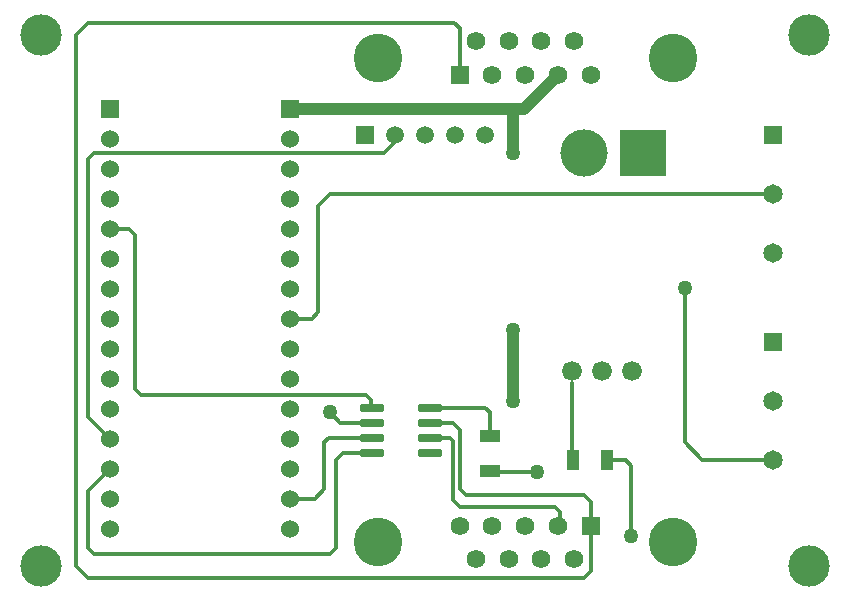
<source format=gtl>
G04*
G04 #@! TF.GenerationSoftware,Altium Limited,Altium Designer,22.8.2 (66)*
G04*
G04 Layer_Physical_Order=1*
G04 Layer_Color=255*
%FSLAX42Y42*%
%MOMM*%
G71*
G04*
G04 #@! TF.SameCoordinates,BE524959-8ACB-43EF-997A-26B96313BF78*
G04*
G04*
G04 #@! TF.FilePolarity,Positive*
G04*
G01*
G75*
%ADD15R,1.13X1.77*%
G04:AMPARAMS|DCode=16|XSize=1.97mm|YSize=0.6mm|CornerRadius=0.08mm|HoleSize=0mm|Usage=FLASHONLY|Rotation=0.000|XOffset=0mm|YOffset=0mm|HoleType=Round|Shape=RoundedRectangle|*
%AMROUNDEDRECTD16*
21,1,1.97,0.45,0,0,0.0*
21,1,1.82,0.60,0,0,0.0*
1,1,0.15,0.91,-0.23*
1,1,0.15,-0.91,-0.23*
1,1,0.15,-0.91,0.23*
1,1,0.15,0.91,0.23*
%
%ADD16ROUNDEDRECTD16*%
%ADD17R,1.77X1.13*%
%ADD35C,0.35*%
%ADD36C,1.00*%
%ADD37C,1.58*%
%ADD38R,4.00X4.00*%
%ADD39C,4.00*%
%ADD40C,3.50*%
%ADD41R,1.65X1.65*%
%ADD42C,1.65*%
%ADD43R,1.58X1.58*%
%ADD44C,4.12*%
%ADD45C,1.53*%
%ADD46R,1.53X1.53*%
%ADD47R,1.51X1.51*%
%ADD48C,1.51*%
%ADD49C,1.68*%
%ADD50C,1.27*%
D15*
X5047Y1150D02*
D03*
X4753D02*
D03*
D16*
X3053Y1590D02*
D03*
Y1464D02*
D03*
Y1336D02*
D03*
Y1210D02*
D03*
X3547D02*
D03*
Y1336D02*
D03*
Y1464D02*
D03*
Y1590D02*
D03*
D17*
X4050Y1053D02*
D03*
Y1347D02*
D03*
D35*
X650Y1515D02*
Y1550D01*
Y1515D02*
Y3700D01*
Y1515D02*
X838Y1327D01*
X2600Y2400D02*
Y3300D01*
X2700Y3400D02*
X6450D01*
X2600Y3300D02*
X2700Y3400D01*
X2362Y4122D02*
X2383Y4100D01*
X4228Y4122D02*
X4250Y4100D01*
X4053Y1050D02*
X4450D01*
X4050Y1053D02*
X4053Y1050D01*
X5700Y1300D02*
Y2600D01*
Y1300D02*
X5850Y1150D01*
X838Y3106D02*
X844Y3100D01*
X1000D02*
X1050Y3050D01*
Y1750D02*
Y3050D01*
X844Y3100D02*
X1000D01*
X550Y4750D02*
X650Y4850D01*
X550Y250D02*
Y4750D01*
X650Y4850D02*
X3750D01*
X550Y250D02*
X650Y150D01*
X4850D01*
X5850Y1150D02*
X6450D01*
X4746Y1157D02*
X4753Y1150D01*
X4746Y1157D02*
Y1800D01*
X5250Y500D02*
Y1100D01*
X5200Y1150D02*
X5250Y1100D01*
X5047Y1150D02*
X5200D01*
X650Y885D02*
X838Y1073D01*
X650Y400D02*
Y885D01*
X2362Y2343D02*
X2543D01*
X2600Y2400D01*
X3246Y3837D02*
Y3900D01*
X698Y3748D02*
X3157D01*
X3246Y3837D01*
X650Y3700D02*
X698Y3748D01*
X3224Y3878D02*
X3246Y3900D01*
X2786Y1464D02*
X3053D01*
X2700Y1550D02*
X2786Y1464D01*
X4904Y204D02*
Y592D01*
X4850Y150D02*
X4904Y204D01*
X2411Y1701D02*
X2412Y1700D01*
X3000D01*
X1099Y1701D02*
X2411D01*
X1050Y1750D02*
X1099Y1701D01*
X3048Y1596D02*
Y1652D01*
X3000Y1700D02*
X3048Y1652D01*
Y1596D02*
X3053Y1590D01*
X650Y400D02*
X700Y350D01*
X2700D01*
X2750Y400D01*
Y1150D01*
X2650Y900D02*
Y1300D01*
X2569Y819D02*
X2650Y900D01*
Y1300D02*
X2686Y1336D01*
X2750Y1150D02*
X2809Y1210D01*
X3053D01*
X2362Y819D02*
X2569D01*
X2686Y1336D02*
X3053D01*
X4010Y1590D02*
X4050Y1550D01*
X3547Y1590D02*
X4010D01*
X4050Y1347D02*
Y1550D01*
X4627Y592D02*
X4647Y612D01*
X4600Y750D02*
X4647Y703D01*
Y612D02*
Y703D01*
X3800Y750D02*
X4600D01*
X3740Y810D02*
X3800Y750D01*
X3740Y810D02*
Y1310D01*
X3800Y900D02*
Y1400D01*
X3850Y850D02*
X4850D01*
X3800Y900D02*
X3850Y850D01*
X3737Y1464D02*
X3800Y1400D01*
X3713Y1336D02*
X3740Y1310D01*
X3547Y1336D02*
X3713D01*
X3547Y1464D02*
X3737D01*
X4850Y850D02*
X4904Y796D01*
Y592D02*
Y796D01*
X3796Y4408D02*
Y4804D01*
X3750Y4850D02*
X3796Y4804D01*
D36*
X4250Y3750D02*
Y4100D01*
X2362Y4122D02*
X4228D01*
X4340D01*
X4627Y4408D01*
X4250Y1650D02*
Y2250D01*
D37*
X3935Y4692D02*
D03*
X4212D02*
D03*
X4765Y308D02*
D03*
X4488D02*
D03*
X3796Y592D02*
D03*
X3935Y308D02*
D03*
X4073Y592D02*
D03*
X4212Y308D02*
D03*
X4350Y592D02*
D03*
X4627D02*
D03*
X4904Y4408D02*
D03*
X4765Y4692D02*
D03*
X4627Y4408D02*
D03*
X4488Y4692D02*
D03*
X4350Y4408D02*
D03*
X4073D02*
D03*
D38*
X5350Y3750D02*
D03*
D39*
X4850D02*
D03*
D40*
X250Y4750D02*
D03*
X6750Y250D02*
D03*
Y4750D02*
D03*
X250Y250D02*
D03*
D41*
X6450Y2150D02*
D03*
Y3900D02*
D03*
D42*
Y1650D02*
D03*
Y1150D02*
D03*
Y3400D02*
D03*
Y2900D02*
D03*
D43*
X4904Y592D02*
D03*
X3796Y4408D02*
D03*
D44*
X3100Y450D02*
D03*
X5599D02*
D03*
Y4550D02*
D03*
X3100D02*
D03*
D45*
X838Y566D02*
D03*
Y819D02*
D03*
Y1073D02*
D03*
Y1327D02*
D03*
Y1581D02*
D03*
Y1835D02*
D03*
Y2090D02*
D03*
Y2343D02*
D03*
Y2598D02*
D03*
Y2851D02*
D03*
Y3106D02*
D03*
Y3360D02*
D03*
Y3613D02*
D03*
Y3867D02*
D03*
X2362Y566D02*
D03*
Y819D02*
D03*
Y1073D02*
D03*
Y1327D02*
D03*
Y1581D02*
D03*
Y1835D02*
D03*
Y2090D02*
D03*
Y2343D02*
D03*
Y2598D02*
D03*
Y2851D02*
D03*
Y3106D02*
D03*
Y3360D02*
D03*
Y3613D02*
D03*
Y3867D02*
D03*
D46*
X838Y4122D02*
D03*
X2362D02*
D03*
D47*
X2992Y3900D02*
D03*
D48*
X3246D02*
D03*
X3500D02*
D03*
X3754D02*
D03*
X4008D02*
D03*
D49*
X5000Y1900D02*
D03*
X5254D02*
D03*
X4746D02*
D03*
D50*
X5700Y2600D02*
D03*
X4250Y2250D02*
D03*
Y3750D02*
D03*
Y1650D02*
D03*
X4450Y1050D02*
D03*
X5250Y500D02*
D03*
X2700Y1550D02*
D03*
M02*

</source>
